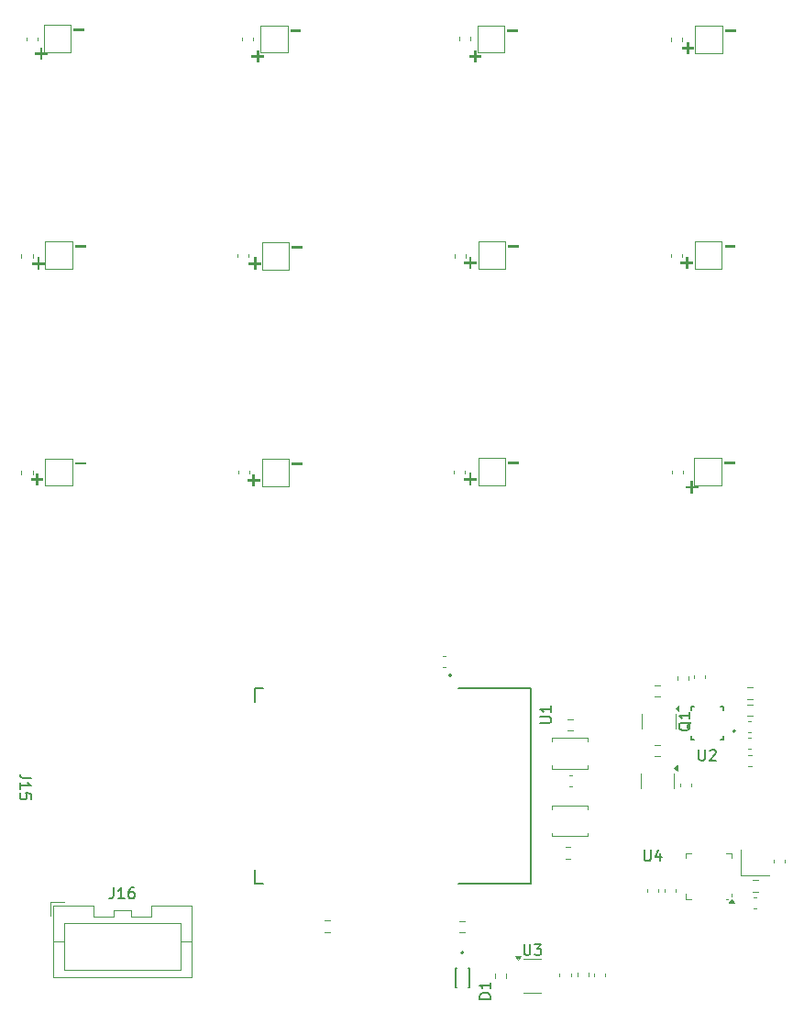
<source format=gbr>
%TF.GenerationSoftware,KiCad,Pcbnew,8.0.1*%
%TF.CreationDate,2024-09-01T11:50:54+02:00*%
%TF.ProjectId,Macro keyboard,4d616372-6f20-46b6-9579-626f6172642e,rev?*%
%TF.SameCoordinates,Original*%
%TF.FileFunction,Legend,Top*%
%TF.FilePolarity,Positive*%
%FSLAX46Y46*%
G04 Gerber Fmt 4.6, Leading zero omitted, Abs format (unit mm)*
G04 Created by KiCad (PCBNEW 8.0.1) date 2024-09-01 11:50:54*
%MOMM*%
%LPD*%
G01*
G04 APERTURE LIST*
%ADD10C,0.150000*%
%ADD11C,0.250000*%
%ADD12C,0.120000*%
%ADD13C,0.200000*%
%ADD14C,0.127000*%
G04 APERTURE END LIST*
D10*
X257305057Y-107587738D02*
X257257438Y-107682976D01*
X257257438Y-107682976D02*
X257162200Y-107778214D01*
X257162200Y-107778214D02*
X257019342Y-107921071D01*
X257019342Y-107921071D02*
X256971723Y-108016309D01*
X256971723Y-108016309D02*
X256971723Y-108111547D01*
X257209819Y-108063928D02*
X257162200Y-108159166D01*
X257162200Y-108159166D02*
X257066961Y-108254404D01*
X257066961Y-108254404D02*
X256876485Y-108302023D01*
X256876485Y-108302023D02*
X256543152Y-108302023D01*
X256543152Y-108302023D02*
X256352676Y-108254404D01*
X256352676Y-108254404D02*
X256257438Y-108159166D01*
X256257438Y-108159166D02*
X256209819Y-108063928D01*
X256209819Y-108063928D02*
X256209819Y-107873452D01*
X256209819Y-107873452D02*
X256257438Y-107778214D01*
X256257438Y-107778214D02*
X256352676Y-107682976D01*
X256352676Y-107682976D02*
X256543152Y-107635357D01*
X256543152Y-107635357D02*
X256876485Y-107635357D01*
X256876485Y-107635357D02*
X257066961Y-107682976D01*
X257066961Y-107682976D02*
X257162200Y-107778214D01*
X257162200Y-107778214D02*
X257209819Y-107873452D01*
X257209819Y-107873452D02*
X257209819Y-108063928D01*
X257209819Y-106682976D02*
X257209819Y-107254404D01*
X257209819Y-106968690D02*
X256209819Y-106968690D01*
X256209819Y-106968690D02*
X256352676Y-107063928D01*
X256352676Y-107063928D02*
X256447914Y-107159166D01*
X256447914Y-107159166D02*
X256495533Y-107254404D01*
X203990476Y-122854819D02*
X203990476Y-123569104D01*
X203990476Y-123569104D02*
X203942857Y-123711961D01*
X203942857Y-123711961D02*
X203847619Y-123807200D01*
X203847619Y-123807200D02*
X203704762Y-123854819D01*
X203704762Y-123854819D02*
X203609524Y-123854819D01*
X204990476Y-123854819D02*
X204419048Y-123854819D01*
X204704762Y-123854819D02*
X204704762Y-122854819D01*
X204704762Y-122854819D02*
X204609524Y-122997676D01*
X204609524Y-122997676D02*
X204514286Y-123092914D01*
X204514286Y-123092914D02*
X204419048Y-123140533D01*
X205847619Y-122854819D02*
X205657143Y-122854819D01*
X205657143Y-122854819D02*
X205561905Y-122902438D01*
X205561905Y-122902438D02*
X205514286Y-122950057D01*
X205514286Y-122950057D02*
X205419048Y-123092914D01*
X205419048Y-123092914D02*
X205371429Y-123283390D01*
X205371429Y-123283390D02*
X205371429Y-123664342D01*
X205371429Y-123664342D02*
X205419048Y-123759580D01*
X205419048Y-123759580D02*
X205466667Y-123807200D01*
X205466667Y-123807200D02*
X205561905Y-123854819D01*
X205561905Y-123854819D02*
X205752381Y-123854819D01*
X205752381Y-123854819D02*
X205847619Y-123807200D01*
X205847619Y-123807200D02*
X205895238Y-123759580D01*
X205895238Y-123759580D02*
X205942857Y-123664342D01*
X205942857Y-123664342D02*
X205942857Y-123426247D01*
X205942857Y-123426247D02*
X205895238Y-123331009D01*
X205895238Y-123331009D02*
X205847619Y-123283390D01*
X205847619Y-123283390D02*
X205752381Y-123235771D01*
X205752381Y-123235771D02*
X205561905Y-123235771D01*
X205561905Y-123235771D02*
X205466667Y-123283390D01*
X205466667Y-123283390D02*
X205419048Y-123331009D01*
X205419048Y-123331009D02*
X205371429Y-123426247D01*
X196345180Y-112740476D02*
X195630895Y-112740476D01*
X195630895Y-112740476D02*
X195488038Y-112692857D01*
X195488038Y-112692857D02*
X195392800Y-112597619D01*
X195392800Y-112597619D02*
X195345180Y-112454762D01*
X195345180Y-112454762D02*
X195345180Y-112359524D01*
X195345180Y-113740476D02*
X195345180Y-113169048D01*
X195345180Y-113454762D02*
X196345180Y-113454762D01*
X196345180Y-113454762D02*
X196202323Y-113359524D01*
X196202323Y-113359524D02*
X196107085Y-113264286D01*
X196107085Y-113264286D02*
X196059466Y-113169048D01*
X196345180Y-114645238D02*
X196345180Y-114169048D01*
X196345180Y-114169048D02*
X195868990Y-114121429D01*
X195868990Y-114121429D02*
X195916609Y-114169048D01*
X195916609Y-114169048D02*
X195964228Y-114264286D01*
X195964228Y-114264286D02*
X195964228Y-114502381D01*
X195964228Y-114502381D02*
X195916609Y-114597619D01*
X195916609Y-114597619D02*
X195868990Y-114645238D01*
X195868990Y-114645238D02*
X195773752Y-114692857D01*
X195773752Y-114692857D02*
X195535657Y-114692857D01*
X195535657Y-114692857D02*
X195440419Y-114645238D01*
X195440419Y-114645238D02*
X195392800Y-114597619D01*
X195392800Y-114597619D02*
X195345180Y-114502381D01*
X195345180Y-114502381D02*
X195345180Y-114264286D01*
X195345180Y-114264286D02*
X195392800Y-114169048D01*
X195392800Y-114169048D02*
X195440419Y-114121429D01*
X258043095Y-110109819D02*
X258043095Y-110919342D01*
X258043095Y-110919342D02*
X258090714Y-111014580D01*
X258090714Y-111014580D02*
X258138333Y-111062200D01*
X258138333Y-111062200D02*
X258233571Y-111109819D01*
X258233571Y-111109819D02*
X258424047Y-111109819D01*
X258424047Y-111109819D02*
X258519285Y-111062200D01*
X258519285Y-111062200D02*
X258566904Y-111014580D01*
X258566904Y-111014580D02*
X258614523Y-110919342D01*
X258614523Y-110919342D02*
X258614523Y-110109819D01*
X259043095Y-110205057D02*
X259090714Y-110157438D01*
X259090714Y-110157438D02*
X259185952Y-110109819D01*
X259185952Y-110109819D02*
X259424047Y-110109819D01*
X259424047Y-110109819D02*
X259519285Y-110157438D01*
X259519285Y-110157438D02*
X259566904Y-110205057D01*
X259566904Y-110205057D02*
X259614523Y-110300295D01*
X259614523Y-110300295D02*
X259614523Y-110395533D01*
X259614523Y-110395533D02*
X259566904Y-110538390D01*
X259566904Y-110538390D02*
X258995476Y-111109819D01*
X258995476Y-111109819D02*
X259614523Y-111109819D01*
X243399819Y-107636904D02*
X244209342Y-107636904D01*
X244209342Y-107636904D02*
X244304580Y-107589285D01*
X244304580Y-107589285D02*
X244352200Y-107541666D01*
X244352200Y-107541666D02*
X244399819Y-107446428D01*
X244399819Y-107446428D02*
X244399819Y-107255952D01*
X244399819Y-107255952D02*
X244352200Y-107160714D01*
X244352200Y-107160714D02*
X244304580Y-107113095D01*
X244304580Y-107113095D02*
X244209342Y-107065476D01*
X244209342Y-107065476D02*
X243399819Y-107065476D01*
X244399819Y-106065476D02*
X244399819Y-106636904D01*
X244399819Y-106351190D02*
X243399819Y-106351190D01*
X243399819Y-106351190D02*
X243542676Y-106446428D01*
X243542676Y-106446428D02*
X243637914Y-106541666D01*
X243637914Y-106541666D02*
X243685533Y-106636904D01*
D11*
G36*
X257979466Y-86019343D02*
G01*
X257521816Y-86019343D01*
X257521816Y-86468750D01*
X257286427Y-86468750D01*
X257286427Y-86019343D01*
X256828777Y-86019343D01*
X256828777Y-85784870D01*
X257286427Y-85784870D01*
X257286427Y-85335463D01*
X257521816Y-85335463D01*
X257521816Y-85784870D01*
X257979466Y-85784870D01*
X257979466Y-86019343D01*
G37*
G36*
X261372339Y-83769343D02*
G01*
X260384682Y-83769343D01*
X260384682Y-83534870D01*
X261372339Y-83534870D01*
X261372339Y-83769343D01*
G37*
G36*
X257504466Y-65319343D02*
G01*
X257046816Y-65319343D01*
X257046816Y-65768750D01*
X256811427Y-65768750D01*
X256811427Y-65319343D01*
X256353777Y-65319343D01*
X256353777Y-65084870D01*
X256811427Y-65084870D01*
X256811427Y-64635463D01*
X257046816Y-64635463D01*
X257046816Y-65084870D01*
X257504466Y-65084870D01*
X257504466Y-65319343D01*
G37*
G36*
X261422339Y-63819343D02*
G01*
X260434682Y-63819343D01*
X260434682Y-63584870D01*
X261422339Y-63584870D01*
X261422339Y-63819343D01*
G37*
G36*
X257629466Y-45519343D02*
G01*
X257171816Y-45519343D01*
X257171816Y-45968750D01*
X256936427Y-45968750D01*
X256936427Y-45519343D01*
X256478777Y-45519343D01*
X256478777Y-45284870D01*
X256936427Y-45284870D01*
X256936427Y-44835463D01*
X257171816Y-44835463D01*
X257171816Y-45284870D01*
X257629466Y-45284870D01*
X257629466Y-45519343D01*
G37*
G36*
X261447339Y-43919343D02*
G01*
X260459682Y-43919343D01*
X260459682Y-43684870D01*
X261447339Y-43684870D01*
X261447339Y-43919343D01*
G37*
G36*
X237504466Y-85269343D02*
G01*
X237046816Y-85269343D01*
X237046816Y-85718750D01*
X236811427Y-85718750D01*
X236811427Y-85269343D01*
X236353777Y-85269343D01*
X236353777Y-85034870D01*
X236811427Y-85034870D01*
X236811427Y-84585463D01*
X237046816Y-84585463D01*
X237046816Y-85034870D01*
X237504466Y-85034870D01*
X237504466Y-85269343D01*
G37*
G36*
X241422339Y-83769343D02*
G01*
X240434682Y-83769343D01*
X240434682Y-83534870D01*
X241422339Y-83534870D01*
X241422339Y-83769343D01*
G37*
G36*
X237504466Y-65319343D02*
G01*
X237046816Y-65319343D01*
X237046816Y-65768750D01*
X236811427Y-65768750D01*
X236811427Y-65319343D01*
X236353777Y-65319343D01*
X236353777Y-65084870D01*
X236811427Y-65084870D01*
X236811427Y-64635463D01*
X237046816Y-64635463D01*
X237046816Y-65084870D01*
X237504466Y-65084870D01*
X237504466Y-65319343D01*
G37*
G36*
X241422339Y-63819343D02*
G01*
X240434682Y-63819343D01*
X240434682Y-63584870D01*
X241422339Y-63584870D01*
X241422339Y-63819343D01*
G37*
G36*
X237979466Y-46269343D02*
G01*
X237521816Y-46269343D01*
X237521816Y-46718750D01*
X237286427Y-46718750D01*
X237286427Y-46269343D01*
X236828777Y-46269343D01*
X236828777Y-46034870D01*
X237286427Y-46034870D01*
X237286427Y-45585463D01*
X237521816Y-45585463D01*
X237521816Y-46034870D01*
X237979466Y-46034870D01*
X237979466Y-46269343D01*
G37*
G36*
X241347339Y-43869343D02*
G01*
X240359682Y-43869343D01*
X240359682Y-43634870D01*
X241347339Y-43634870D01*
X241347339Y-43869343D01*
G37*
G36*
X217504466Y-85369343D02*
G01*
X217046816Y-85369343D01*
X217046816Y-85818750D01*
X216811427Y-85818750D01*
X216811427Y-85369343D01*
X216353777Y-85369343D01*
X216353777Y-85134870D01*
X216811427Y-85134870D01*
X216811427Y-84685463D01*
X217046816Y-84685463D01*
X217046816Y-85134870D01*
X217504466Y-85134870D01*
X217504466Y-85369343D01*
G37*
G36*
X221422339Y-83869343D02*
G01*
X220434682Y-83869343D01*
X220434682Y-83634870D01*
X221422339Y-83634870D01*
X221422339Y-83869343D01*
G37*
G36*
X217629466Y-65369343D02*
G01*
X217171816Y-65369343D01*
X217171816Y-65818750D01*
X216936427Y-65818750D01*
X216936427Y-65369343D01*
X216478777Y-65369343D01*
X216478777Y-65134870D01*
X216936427Y-65134870D01*
X216936427Y-64685463D01*
X217171816Y-64685463D01*
X217171816Y-65134870D01*
X217629466Y-65134870D01*
X217629466Y-65369343D01*
G37*
G36*
X221422339Y-63869343D02*
G01*
X220434682Y-63869343D01*
X220434682Y-63634870D01*
X221422339Y-63634870D01*
X221422339Y-63869343D01*
G37*
G36*
X217879466Y-46269343D02*
G01*
X217421816Y-46269343D01*
X217421816Y-46718750D01*
X217186427Y-46718750D01*
X217186427Y-46269343D01*
X216728777Y-46269343D01*
X216728777Y-46034870D01*
X217186427Y-46034870D01*
X217186427Y-45585463D01*
X217421816Y-45585463D01*
X217421816Y-46034870D01*
X217879466Y-46034870D01*
X217879466Y-46269343D01*
G37*
G36*
X221297339Y-43869343D02*
G01*
X220309682Y-43869343D01*
X220309682Y-43634870D01*
X221297339Y-43634870D01*
X221297339Y-43869343D01*
G37*
G36*
X197504466Y-85319343D02*
G01*
X197046816Y-85319343D01*
X197046816Y-85768750D01*
X196811427Y-85768750D01*
X196811427Y-85319343D01*
X196353777Y-85319343D01*
X196353777Y-85084870D01*
X196811427Y-85084870D01*
X196811427Y-84635463D01*
X197046816Y-84635463D01*
X197046816Y-85084870D01*
X197504466Y-85084870D01*
X197504466Y-85319343D01*
G37*
G36*
X201422339Y-83819343D02*
G01*
X200434682Y-83819343D01*
X200434682Y-83584870D01*
X201422339Y-83584870D01*
X201422339Y-83819343D01*
G37*
G36*
X197629466Y-65369343D02*
G01*
X197171816Y-65369343D01*
X197171816Y-65818750D01*
X196936427Y-65818750D01*
X196936427Y-65369343D01*
X196478777Y-65369343D01*
X196478777Y-65134870D01*
X196936427Y-65134870D01*
X196936427Y-64685463D01*
X197171816Y-64685463D01*
X197171816Y-65134870D01*
X197629466Y-65134870D01*
X197629466Y-65369343D01*
G37*
G36*
X201422339Y-63819343D02*
G01*
X200434682Y-63819343D01*
X200434682Y-63584870D01*
X201422339Y-63584870D01*
X201422339Y-63819343D01*
G37*
G36*
X197879466Y-46019343D02*
G01*
X197421816Y-46019343D01*
X197421816Y-46468750D01*
X197186427Y-46468750D01*
X197186427Y-46019343D01*
X196728777Y-46019343D01*
X196728777Y-45784870D01*
X197186427Y-45784870D01*
X197186427Y-45335463D01*
X197421816Y-45335463D01*
X197421816Y-45784870D01*
X197879466Y-45784870D01*
X197879466Y-46019343D01*
G37*
G36*
X201297339Y-43819343D02*
G01*
X200309682Y-43819343D01*
X200309682Y-43584870D01*
X201297339Y-43584870D01*
X201297339Y-43819343D01*
G37*
D10*
X238789819Y-133103094D02*
X237789819Y-133103094D01*
X237789819Y-133103094D02*
X237789819Y-132864999D01*
X237789819Y-132864999D02*
X237837438Y-132722142D01*
X237837438Y-132722142D02*
X237932676Y-132626904D01*
X237932676Y-132626904D02*
X238027914Y-132579285D01*
X238027914Y-132579285D02*
X238218390Y-132531666D01*
X238218390Y-132531666D02*
X238361247Y-132531666D01*
X238361247Y-132531666D02*
X238551723Y-132579285D01*
X238551723Y-132579285D02*
X238646961Y-132626904D01*
X238646961Y-132626904D02*
X238742200Y-132722142D01*
X238742200Y-132722142D02*
X238789819Y-132864999D01*
X238789819Y-132864999D02*
X238789819Y-133103094D01*
X238789819Y-131579285D02*
X238789819Y-132150713D01*
X238789819Y-131864999D02*
X237789819Y-131864999D01*
X237789819Y-131864999D02*
X237932676Y-131960237D01*
X237932676Y-131960237D02*
X238027914Y-132055475D01*
X238027914Y-132055475D02*
X238075533Y-132150713D01*
X241903095Y-128064819D02*
X241903095Y-128874342D01*
X241903095Y-128874342D02*
X241950714Y-128969580D01*
X241950714Y-128969580D02*
X241998333Y-129017200D01*
X241998333Y-129017200D02*
X242093571Y-129064819D01*
X242093571Y-129064819D02*
X242284047Y-129064819D01*
X242284047Y-129064819D02*
X242379285Y-129017200D01*
X242379285Y-129017200D02*
X242426904Y-128969580D01*
X242426904Y-128969580D02*
X242474523Y-128874342D01*
X242474523Y-128874342D02*
X242474523Y-128064819D01*
X242855476Y-128064819D02*
X243474523Y-128064819D01*
X243474523Y-128064819D02*
X243141190Y-128445771D01*
X243141190Y-128445771D02*
X243284047Y-128445771D01*
X243284047Y-128445771D02*
X243379285Y-128493390D01*
X243379285Y-128493390D02*
X243426904Y-128541009D01*
X243426904Y-128541009D02*
X243474523Y-128636247D01*
X243474523Y-128636247D02*
X243474523Y-128874342D01*
X243474523Y-128874342D02*
X243426904Y-128969580D01*
X243426904Y-128969580D02*
X243379285Y-129017200D01*
X243379285Y-129017200D02*
X243284047Y-129064819D01*
X243284047Y-129064819D02*
X242998333Y-129064819D01*
X242998333Y-129064819D02*
X242903095Y-129017200D01*
X242903095Y-129017200D02*
X242855476Y-128969580D01*
X253013095Y-119379819D02*
X253013095Y-120189342D01*
X253013095Y-120189342D02*
X253060714Y-120284580D01*
X253060714Y-120284580D02*
X253108333Y-120332200D01*
X253108333Y-120332200D02*
X253203571Y-120379819D01*
X253203571Y-120379819D02*
X253394047Y-120379819D01*
X253394047Y-120379819D02*
X253489285Y-120332200D01*
X253489285Y-120332200D02*
X253536904Y-120284580D01*
X253536904Y-120284580D02*
X253584523Y-120189342D01*
X253584523Y-120189342D02*
X253584523Y-119379819D01*
X254489285Y-119713152D02*
X254489285Y-120379819D01*
X254251190Y-119332200D02*
X254013095Y-120046485D01*
X254013095Y-120046485D02*
X254632142Y-120046485D01*
D12*
%TO.C,Y1*%
X261875000Y-119375000D02*
X261875000Y-121675000D01*
X261875000Y-121675000D02*
X264575000Y-121675000D01*
%TO.C,C6*%
X258574000Y-103505580D02*
X258574000Y-103224420D01*
X257554000Y-103505580D02*
X257554000Y-103224420D01*
%TO.C,Q2*%
X255765000Y-112992500D02*
X255765000Y-112342500D01*
X255765000Y-112992500D02*
X255765000Y-113642500D01*
X252645000Y-112992500D02*
X252645000Y-112342500D01*
X252645000Y-112992500D02*
X252645000Y-113642500D01*
X256045000Y-112070000D02*
X255715000Y-111830000D01*
X256045000Y-111590000D01*
X256045000Y-112070000D01*
G36*
X256045000Y-112070000D02*
G01*
X255715000Y-111830000D01*
X256045000Y-111590000D01*
X256045000Y-112070000D01*
G37*
%TO.C,Q1*%
X255915000Y-107492500D02*
X255915000Y-106842500D01*
X255915000Y-107492500D02*
X255915000Y-108142500D01*
X252795000Y-107492500D02*
X252795000Y-106842500D01*
X252795000Y-107492500D02*
X252795000Y-108142500D01*
X256195000Y-106570000D02*
X255865000Y-106330000D01*
X256195000Y-106090000D01*
X256195000Y-106570000D01*
G36*
X256195000Y-106570000D02*
G01*
X255865000Y-106330000D01*
X256195000Y-106090000D01*
X256195000Y-106570000D01*
G37*
%TO.C,SW2*%
X244500000Y-115300000D02*
X244500000Y-115600000D01*
X244500000Y-118100000D02*
X244500000Y-117800000D01*
X247800000Y-115300000D02*
X244500000Y-115300000D01*
X247800000Y-115600000D02*
X247800000Y-115300000D01*
X247800000Y-117800000D02*
X247800000Y-118100000D01*
X247800000Y-118100000D02*
X244500000Y-118100000D01*
%TO.C,SW1*%
X244450000Y-109050000D02*
X244450000Y-109350000D01*
X244450000Y-111850000D02*
X244450000Y-111550000D01*
X247750000Y-109050000D02*
X244450000Y-109050000D01*
X247750000Y-109350000D02*
X247750000Y-109050000D01*
X247750000Y-111550000D02*
X247750000Y-111850000D01*
X247750000Y-111850000D02*
X244450000Y-111850000D01*
%TO.C,J16*%
X198140000Y-124190000D02*
X198140000Y-125440000D01*
X198440000Y-124490000D02*
X198440000Y-131110000D01*
X198440000Y-127800000D02*
X199450000Y-127800000D01*
X198440000Y-131110000D02*
X211160000Y-131110000D01*
X199390000Y-124190000D02*
X198140000Y-124190000D01*
X199450000Y-126100000D02*
X199450000Y-130400000D01*
X199450000Y-130400000D02*
X210150000Y-130400000D01*
X202100000Y-124490000D02*
X198440000Y-124490000D01*
X202100000Y-125490000D02*
X202100000Y-124490000D01*
X204000000Y-124890000D02*
X204000000Y-125490000D01*
X204000000Y-125490000D02*
X202100000Y-125490000D01*
X205600000Y-124890000D02*
X204000000Y-124890000D01*
X205600000Y-125490000D02*
X205600000Y-124890000D01*
X207500000Y-124490000D02*
X207500000Y-125490000D01*
X207500000Y-125490000D02*
X205600000Y-125490000D01*
X210150000Y-126100000D02*
X199450000Y-126100000D01*
X210150000Y-130400000D02*
X210150000Y-126100000D01*
X211160000Y-124490000D02*
X207500000Y-124490000D01*
X211160000Y-127800000D02*
X210150000Y-127800000D01*
X211160000Y-131110000D02*
X211160000Y-124490000D01*
D13*
%TO.C,U2*%
X261400000Y-108405000D02*
G75*
G02*
X261200000Y-108405000I-100000J0D01*
G01*
X261200000Y-108405000D02*
G75*
G02*
X261400000Y-108405000I100000J0D01*
G01*
D14*
X257300000Y-109155000D02*
X257590000Y-109155000D01*
X257300000Y-109155000D02*
X257300000Y-108865000D01*
X257300000Y-106155000D02*
X257300000Y-106445000D01*
X257300000Y-106155000D02*
X257590000Y-106155000D01*
X260300000Y-106155000D02*
X260010000Y-106155000D01*
X260300000Y-106155000D02*
X260300000Y-106445000D01*
X260300000Y-109155000D02*
X260300000Y-108865000D01*
X260300000Y-109155000D02*
X260010000Y-109155000D01*
%TO.C,U1*%
X217060000Y-122450000D02*
X217060000Y-121205000D01*
X217790000Y-122450000D02*
X217060000Y-122450000D01*
X217060000Y-104450000D02*
X217060000Y-105695000D01*
X217790000Y-104450000D02*
X217060000Y-104450000D01*
D13*
X235170000Y-103250000D02*
G75*
G02*
X234970000Y-103250000I-100000J0D01*
G01*
X234970000Y-103250000D02*
G75*
G02*
X235170000Y-103250000I100000J0D01*
G01*
D14*
X235840000Y-104450000D02*
X242560000Y-104450000D01*
X242560000Y-122450000D02*
X235840000Y-122450000D01*
X242560000Y-104450000D02*
X242560000Y-122450000D01*
D12*
%TO.C,D13*%
X260125000Y-85700000D02*
X257625000Y-85700000D01*
X260125000Y-83200000D02*
X260125000Y-85700000D01*
X257625000Y-85700000D02*
X257625000Y-83200000D01*
X257625000Y-83200000D02*
X260125000Y-83200000D01*
%TO.C,D12*%
X260175000Y-65750000D02*
X257675000Y-65750000D01*
X260175000Y-63250000D02*
X260175000Y-65750000D01*
X257675000Y-65750000D02*
X257675000Y-63250000D01*
X257675000Y-63250000D02*
X260175000Y-63250000D01*
%TO.C,D11*%
X260200000Y-45850000D02*
X257700000Y-45850000D01*
X260200000Y-43350000D02*
X260200000Y-45850000D01*
X257700000Y-45850000D02*
X257700000Y-43350000D01*
X257700000Y-43350000D02*
X260200000Y-43350000D01*
%TO.C,D10*%
X240175000Y-85700000D02*
X237675000Y-85700000D01*
X240175000Y-83200000D02*
X240175000Y-85700000D01*
X237675000Y-85700000D02*
X237675000Y-83200000D01*
X237675000Y-83200000D02*
X240175000Y-83200000D01*
%TO.C,D9*%
X240175000Y-65750000D02*
X237675000Y-65750000D01*
X240175000Y-63250000D02*
X240175000Y-65750000D01*
X237675000Y-65750000D02*
X237675000Y-63250000D01*
X237675000Y-63250000D02*
X240175000Y-63250000D01*
%TO.C,D8*%
X240100000Y-45800000D02*
X237600000Y-45800000D01*
X240100000Y-43300000D02*
X240100000Y-45800000D01*
X237600000Y-45800000D02*
X237600000Y-43300000D01*
X237600000Y-43300000D02*
X240100000Y-43300000D01*
%TO.C,D7*%
X220175000Y-85800000D02*
X217675000Y-85800000D01*
X220175000Y-83300000D02*
X220175000Y-85800000D01*
X217675000Y-85800000D02*
X217675000Y-83300000D01*
X217675000Y-83300000D02*
X220175000Y-83300000D01*
%TO.C,D6*%
X220175000Y-65800000D02*
X217675000Y-65800000D01*
X220175000Y-63300000D02*
X220175000Y-65800000D01*
X217675000Y-65800000D02*
X217675000Y-63300000D01*
X217675000Y-63300000D02*
X220175000Y-63300000D01*
%TO.C,D5*%
X220050000Y-45800000D02*
X217550000Y-45800000D01*
X220050000Y-43300000D02*
X220050000Y-45800000D01*
X217550000Y-45800000D02*
X217550000Y-43300000D01*
X217550000Y-43300000D02*
X220050000Y-43300000D01*
%TO.C,D4*%
X200175000Y-85750000D02*
X197675000Y-85750000D01*
X200175000Y-83250000D02*
X200175000Y-85750000D01*
X197675000Y-85750000D02*
X197675000Y-83250000D01*
X197675000Y-83250000D02*
X200175000Y-83250000D01*
%TO.C,D3*%
X200175000Y-65750000D02*
X197675000Y-65750000D01*
X200175000Y-63250000D02*
X200175000Y-65750000D01*
X197675000Y-65750000D02*
X197675000Y-63250000D01*
X197675000Y-63250000D02*
X200175000Y-63250000D01*
%TO.C,D2*%
X200050000Y-45750000D02*
X197550000Y-45750000D01*
X200050000Y-43250000D02*
X200050000Y-45750000D01*
X197550000Y-45750000D02*
X197550000Y-43250000D01*
X197550000Y-43250000D02*
X200050000Y-43250000D01*
D13*
%TO.C,D1*%
X236300000Y-128850000D02*
G75*
G02*
X236100000Y-128850000I-100000J0D01*
G01*
X236100000Y-128850000D02*
G75*
G02*
X236300000Y-128850000I100000J0D01*
G01*
D14*
X235575000Y-132000000D02*
X235575000Y-130300000D01*
X236825000Y-130300000D02*
X236825000Y-132000000D01*
X235575000Y-132000000D02*
X235630000Y-132000000D01*
X236825000Y-132000000D02*
X236770000Y-132000000D01*
X235575000Y-130300000D02*
X235630000Y-130300000D01*
X236770000Y-130300000D02*
X236825000Y-130300000D01*
D12*
%TO.C,U3*%
X242665000Y-129450000D02*
X241865000Y-129450000D01*
X242665000Y-129450000D02*
X243465000Y-129450000D01*
X242665000Y-132570000D02*
X241865000Y-132570000D01*
X242665000Y-132570000D02*
X243465000Y-132570000D01*
X241365000Y-129500000D02*
X241125000Y-129170000D01*
X241605000Y-129170000D01*
X241365000Y-129500000D01*
G36*
X241365000Y-129500000D02*
G01*
X241125000Y-129170000D01*
X241605000Y-129170000D01*
X241365000Y-129500000D01*
G37*
%TO.C,R12*%
X245712742Y-119127500D02*
X246187258Y-119127500D01*
X245712742Y-120172500D02*
X246187258Y-120172500D01*
%TO.C,R11*%
X245912742Y-107277500D02*
X246387258Y-107277500D01*
X245912742Y-108322500D02*
X246387258Y-108322500D01*
%TO.C,R10*%
X263012742Y-123197500D02*
X263487258Y-123197500D01*
X263012742Y-122152500D02*
X263487258Y-122152500D01*
%TO.C,C27*%
X246210000Y-130734420D02*
X246210000Y-131015580D01*
X245190000Y-130734420D02*
X245190000Y-131015580D01*
%TO.C,C26*%
X247860000Y-130709420D02*
X247860000Y-130990580D01*
X246840000Y-130709420D02*
X246840000Y-130990580D01*
%TO.C,C25*%
X249410000Y-130734420D02*
X249410000Y-131015580D01*
X248390000Y-130734420D02*
X248390000Y-131015580D01*
%TO.C,C24*%
X255540000Y-84640580D02*
X255540000Y-84359420D01*
X256560000Y-84640580D02*
X256560000Y-84359420D01*
%TO.C,C23*%
X195490000Y-84690580D02*
X195490000Y-84409420D01*
X196510000Y-84690580D02*
X196510000Y-84409420D01*
%TO.C,C22*%
X215490000Y-84665580D02*
X215490000Y-84384420D01*
X216510000Y-84665580D02*
X216510000Y-84384420D01*
%TO.C,C21*%
X235440000Y-84665580D02*
X235440000Y-84384420D01*
X236460000Y-84665580D02*
X236460000Y-84384420D01*
%TO.C,C20*%
X255490000Y-64665580D02*
X255490000Y-64384420D01*
X256510000Y-64665580D02*
X256510000Y-64384420D01*
%TO.C,C19*%
X235490000Y-64715580D02*
X235490000Y-64434420D01*
X236510000Y-64715580D02*
X236510000Y-64434420D01*
%TO.C,C18*%
X215440000Y-64640580D02*
X215440000Y-64359420D01*
X216460000Y-64640580D02*
X216460000Y-64359420D01*
%TO.C,C17*%
X195490000Y-64690580D02*
X195490000Y-64409420D01*
X196510000Y-64690580D02*
X196510000Y-64409420D01*
%TO.C,C16*%
X255490000Y-44715580D02*
X255490000Y-44434420D01*
X256510000Y-44715580D02*
X256510000Y-44434420D01*
%TO.C,C15*%
X235940000Y-44640580D02*
X235940000Y-44359420D01*
X236960000Y-44640580D02*
X236960000Y-44359420D01*
%TO.C,C14*%
X215890000Y-44690580D02*
X215890000Y-44409420D01*
X216910000Y-44690580D02*
X216910000Y-44409420D01*
%TO.C,C13*%
X195940000Y-44690580D02*
X195940000Y-44409420D01*
X196960000Y-44690580D02*
X196960000Y-44409420D01*
%TO.C,C12*%
X234409420Y-101440000D02*
X234690580Y-101440000D01*
X234409420Y-102460000D02*
X234690580Y-102460000D01*
%TO.C,C11*%
X246059420Y-112490000D02*
X246340580Y-112490000D01*
X246059420Y-113510000D02*
X246340580Y-113510000D01*
%TO.C,C10*%
X265940000Y-120255420D02*
X265940000Y-120536580D01*
X264920000Y-120255420D02*
X264920000Y-120536580D01*
%TO.C,C9*%
X263109420Y-124785000D02*
X263390580Y-124785000D01*
X263109420Y-123765000D02*
X263390580Y-123765000D01*
%TO.C,C8*%
X254890000Y-123265580D02*
X254890000Y-122984420D01*
X255910000Y-123265580D02*
X255910000Y-122984420D01*
%TO.C,C7*%
X253290000Y-123265580D02*
X253290000Y-122984420D01*
X254310000Y-123265580D02*
X254310000Y-122984420D01*
%TO.C,U4*%
X261300000Y-124215000D02*
X260820000Y-124215000D01*
X261060000Y-123885000D01*
X261300000Y-124215000D01*
G36*
X261300000Y-124215000D02*
G01*
X260820000Y-124215000D01*
X261060000Y-123885000D01*
X261300000Y-124215000D01*
G37*
X256840000Y-119665000D02*
X256840000Y-120140000D01*
X256840000Y-123885000D02*
X256840000Y-123410000D01*
X257315000Y-119665000D02*
X256840000Y-119665000D01*
X257315000Y-123885000D02*
X256840000Y-123885000D01*
X260585000Y-119665000D02*
X261060000Y-119665000D01*
X260585000Y-123885000D02*
X260760000Y-123885000D01*
X261060000Y-119665000D02*
X261060000Y-120140000D01*
X261060000Y-123410000D02*
X261060000Y-123645000D01*
%TO.C,R8*%
X235912742Y-125927500D02*
X236387258Y-125927500D01*
X235912742Y-126972500D02*
X236387258Y-126972500D01*
%TO.C,R7*%
X223512742Y-125877500D02*
X223987258Y-125877500D01*
X223512742Y-126922500D02*
X223987258Y-126922500D01*
%TO.C,R6*%
X262982258Y-106977500D02*
X262507742Y-106977500D01*
X262982258Y-105932500D02*
X262507742Y-105932500D01*
%TO.C,R5*%
X262507742Y-104382500D02*
X262982258Y-104382500D01*
X262507742Y-105427500D02*
X262982258Y-105427500D01*
%TO.C,R3*%
X240272500Y-130737742D02*
X240272500Y-131212258D01*
X239227500Y-130737742D02*
X239227500Y-131212258D01*
%TO.C,R2*%
X253992742Y-104182500D02*
X254467258Y-104182500D01*
X253992742Y-105227500D02*
X254467258Y-105227500D01*
%TO.C,R1*%
X253967742Y-109682500D02*
X254442258Y-109682500D01*
X253967742Y-110727500D02*
X254442258Y-110727500D01*
%TO.C,C5*%
X262589420Y-109045000D02*
X262870580Y-109045000D01*
X262589420Y-110065000D02*
X262870580Y-110065000D01*
%TO.C,C4*%
X262564420Y-107495000D02*
X262845580Y-107495000D01*
X262564420Y-108515000D02*
X262845580Y-108515000D01*
%TO.C,C3*%
X262614420Y-110595000D02*
X262895580Y-110595000D01*
X262614420Y-111615000D02*
X262895580Y-111615000D01*
%TO.C,C2*%
X256345000Y-113520580D02*
X256345000Y-113239420D01*
X257365000Y-113520580D02*
X257365000Y-113239420D01*
%TO.C,C1*%
X257060000Y-103359420D02*
X257060000Y-103640580D01*
X256040000Y-103359420D02*
X256040000Y-103640580D01*
%TD*%
M02*

</source>
